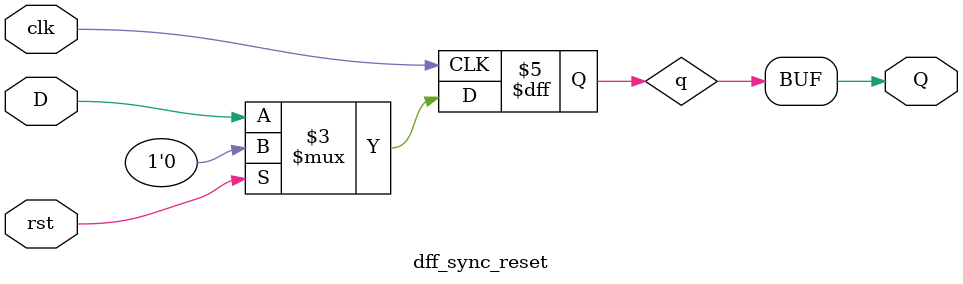
<source format=v>
module dff_sync_reset (
    input  clk,
    input  rst,
    input  D,
    output Q
);
    // TODO: Implement the D flip-flop with synchronous reset behavior here
    reg q;
    assign Q = q;
    always @(posedge clk) begin
        if(rst)
            q <= 0;
        else
            q <= D;
    end

endmodule
</source>
